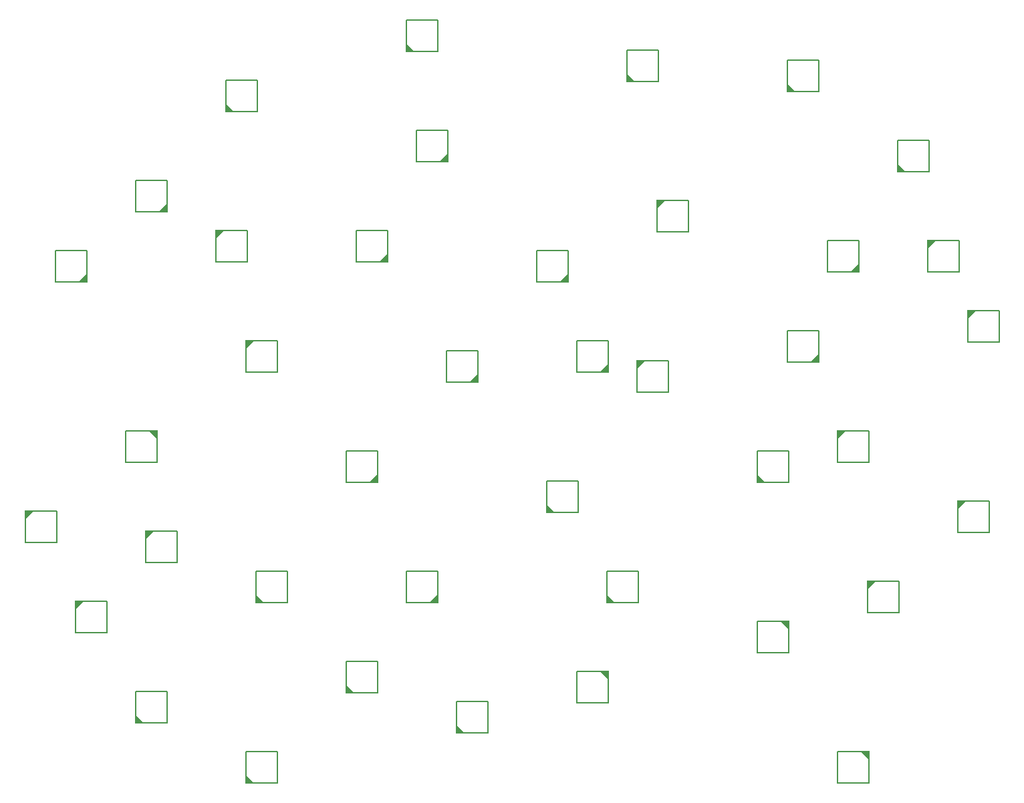
<source format=gbo>
G04 EAGLE Gerber RS-274X export*
G75*
%MOMM*%
%FSLAX34Y34*%
%LPD*%
%INSilkscreen Bottom*%
%IPPOS*%
%AMOC8*
5,1,8,0,0,1.08239X$1,22.5*%
G01*
%ADD10C,0.203200*%

G36*
X574288Y982682D02*
X574288Y982682D01*
X574376Y982691D01*
X574397Y982701D01*
X574421Y982705D01*
X574498Y982751D01*
X574577Y982790D01*
X574594Y982807D01*
X574614Y982820D01*
X574670Y982889D01*
X574731Y982953D01*
X574740Y982975D01*
X574755Y982994D01*
X574784Y983078D01*
X574819Y983160D01*
X574820Y983184D01*
X574827Y983206D01*
X574825Y983295D01*
X574829Y983384D01*
X574821Y983407D01*
X574821Y983431D01*
X574787Y983513D01*
X574760Y983598D01*
X574744Y983619D01*
X574736Y983638D01*
X574702Y983676D01*
X574648Y983748D01*
X564648Y993748D01*
X564575Y993799D01*
X564506Y993855D01*
X564484Y993863D01*
X564464Y993877D01*
X564378Y993899D01*
X564294Y993927D01*
X564270Y993927D01*
X564247Y993933D01*
X564158Y993923D01*
X564069Y993921D01*
X564047Y993912D01*
X564024Y993909D01*
X563944Y993870D01*
X563862Y993836D01*
X563844Y993820D01*
X563823Y993810D01*
X563762Y993745D01*
X563696Y993685D01*
X563685Y993664D01*
X563669Y993647D01*
X563634Y993565D01*
X563593Y993485D01*
X563590Y993459D01*
X563581Y993440D01*
X563579Y993390D01*
X563566Y993300D01*
X563566Y983300D01*
X563577Y983235D01*
X563579Y983169D01*
X563597Y983126D01*
X563605Y983079D01*
X563639Y983022D01*
X563664Y982962D01*
X563695Y982927D01*
X563720Y982886D01*
X563771Y982845D01*
X563815Y982796D01*
X563857Y982774D01*
X563894Y982745D01*
X563956Y982724D01*
X564015Y982693D01*
X564069Y982685D01*
X564106Y982673D01*
X564146Y982674D01*
X564200Y982666D01*
X574200Y982666D01*
X574288Y982682D01*
G37*
G36*
X853688Y944582D02*
X853688Y944582D01*
X853776Y944591D01*
X853797Y944601D01*
X853821Y944605D01*
X853898Y944651D01*
X853977Y944690D01*
X853994Y944707D01*
X854014Y944720D01*
X854070Y944789D01*
X854131Y944853D01*
X854140Y944875D01*
X854155Y944894D01*
X854184Y944978D01*
X854219Y945060D01*
X854220Y945084D01*
X854227Y945106D01*
X854225Y945195D01*
X854229Y945284D01*
X854221Y945307D01*
X854221Y945331D01*
X854187Y945413D01*
X854160Y945498D01*
X854144Y945519D01*
X854136Y945538D01*
X854102Y945576D01*
X854048Y945648D01*
X844048Y955648D01*
X843975Y955699D01*
X843906Y955755D01*
X843884Y955763D01*
X843864Y955777D01*
X843778Y955799D01*
X843694Y955827D01*
X843670Y955827D01*
X843647Y955833D01*
X843558Y955823D01*
X843469Y955821D01*
X843447Y955812D01*
X843424Y955809D01*
X843344Y955770D01*
X843262Y955736D01*
X843244Y955720D01*
X843223Y955710D01*
X843162Y955645D01*
X843096Y955585D01*
X843085Y955564D01*
X843069Y955547D01*
X843034Y955465D01*
X842993Y955385D01*
X842990Y955359D01*
X842981Y955340D01*
X842979Y955290D01*
X842966Y955200D01*
X842966Y945200D01*
X842977Y945135D01*
X842979Y945069D01*
X842997Y945026D01*
X843005Y944979D01*
X843039Y944922D01*
X843064Y944862D01*
X843095Y944827D01*
X843120Y944786D01*
X843171Y944745D01*
X843215Y944696D01*
X843257Y944674D01*
X843294Y944645D01*
X843356Y944624D01*
X843415Y944593D01*
X843469Y944585D01*
X843506Y944573D01*
X843546Y944574D01*
X843600Y944566D01*
X853600Y944566D01*
X853688Y944582D01*
G37*
G36*
X1056888Y931882D02*
X1056888Y931882D01*
X1056976Y931891D01*
X1056997Y931901D01*
X1057021Y931905D01*
X1057098Y931951D01*
X1057177Y931990D01*
X1057194Y932007D01*
X1057214Y932020D01*
X1057270Y932089D01*
X1057331Y932153D01*
X1057340Y932175D01*
X1057355Y932194D01*
X1057384Y932278D01*
X1057419Y932360D01*
X1057420Y932384D01*
X1057427Y932406D01*
X1057425Y932495D01*
X1057429Y932584D01*
X1057421Y932607D01*
X1057421Y932631D01*
X1057387Y932713D01*
X1057360Y932798D01*
X1057344Y932819D01*
X1057336Y932838D01*
X1057302Y932876D01*
X1057248Y932948D01*
X1047248Y942948D01*
X1047175Y942999D01*
X1047106Y943055D01*
X1047084Y943063D01*
X1047064Y943077D01*
X1046978Y943099D01*
X1046894Y943127D01*
X1046870Y943127D01*
X1046847Y943133D01*
X1046758Y943123D01*
X1046669Y943121D01*
X1046647Y943112D01*
X1046624Y943109D01*
X1046544Y943070D01*
X1046462Y943036D01*
X1046444Y943020D01*
X1046423Y943010D01*
X1046362Y942945D01*
X1046296Y942885D01*
X1046285Y942864D01*
X1046269Y942847D01*
X1046234Y942765D01*
X1046193Y942685D01*
X1046190Y942659D01*
X1046181Y942640D01*
X1046179Y942590D01*
X1046166Y942500D01*
X1046166Y932500D01*
X1046177Y932435D01*
X1046179Y932369D01*
X1046197Y932326D01*
X1046205Y932279D01*
X1046239Y932222D01*
X1046264Y932162D01*
X1046295Y932127D01*
X1046320Y932086D01*
X1046371Y932045D01*
X1046415Y931996D01*
X1046457Y931974D01*
X1046494Y931945D01*
X1046556Y931924D01*
X1046615Y931893D01*
X1046669Y931885D01*
X1046706Y931873D01*
X1046746Y931874D01*
X1046800Y931866D01*
X1056800Y931866D01*
X1056888Y931882D01*
G37*
G36*
X345688Y906482D02*
X345688Y906482D01*
X345776Y906491D01*
X345797Y906501D01*
X345821Y906505D01*
X345898Y906551D01*
X345977Y906590D01*
X345994Y906607D01*
X346014Y906620D01*
X346070Y906689D01*
X346131Y906753D01*
X346140Y906775D01*
X346155Y906794D01*
X346184Y906878D01*
X346219Y906960D01*
X346220Y906984D01*
X346227Y907006D01*
X346225Y907095D01*
X346229Y907184D01*
X346221Y907207D01*
X346221Y907231D01*
X346187Y907313D01*
X346160Y907398D01*
X346144Y907419D01*
X346136Y907438D01*
X346102Y907476D01*
X346048Y907548D01*
X336048Y917548D01*
X335975Y917599D01*
X335906Y917655D01*
X335884Y917663D01*
X335864Y917677D01*
X335778Y917699D01*
X335694Y917727D01*
X335670Y917727D01*
X335647Y917733D01*
X335558Y917723D01*
X335469Y917721D01*
X335447Y917712D01*
X335424Y917709D01*
X335344Y917670D01*
X335262Y917636D01*
X335244Y917620D01*
X335223Y917610D01*
X335162Y917545D01*
X335096Y917485D01*
X335085Y917464D01*
X335069Y917447D01*
X335034Y917365D01*
X334993Y917285D01*
X334990Y917259D01*
X334981Y917240D01*
X334979Y917190D01*
X334966Y917100D01*
X334966Y907100D01*
X334977Y907035D01*
X334979Y906969D01*
X334997Y906926D01*
X335005Y906879D01*
X335039Y906822D01*
X335064Y906762D01*
X335095Y906727D01*
X335120Y906686D01*
X335171Y906645D01*
X335215Y906596D01*
X335257Y906574D01*
X335294Y906545D01*
X335356Y906524D01*
X335415Y906493D01*
X335469Y906485D01*
X335506Y906473D01*
X335546Y906474D01*
X335600Y906466D01*
X345600Y906466D01*
X345688Y906482D01*
G37*
G36*
X616965Y842977D02*
X616965Y842977D01*
X617031Y842979D01*
X617074Y842997D01*
X617121Y843005D01*
X617178Y843039D01*
X617238Y843064D01*
X617273Y843095D01*
X617314Y843120D01*
X617356Y843171D01*
X617404Y843215D01*
X617426Y843257D01*
X617455Y843294D01*
X617476Y843356D01*
X617507Y843415D01*
X617515Y843469D01*
X617527Y843506D01*
X617526Y843546D01*
X617534Y843600D01*
X617534Y853600D01*
X617518Y853688D01*
X617509Y853776D01*
X617499Y853797D01*
X617495Y853821D01*
X617449Y853898D01*
X617410Y853977D01*
X617393Y853994D01*
X617380Y854014D01*
X617311Y854070D01*
X617247Y854131D01*
X617225Y854140D01*
X617206Y854155D01*
X617122Y854184D01*
X617040Y854219D01*
X617016Y854220D01*
X616994Y854227D01*
X616905Y854225D01*
X616816Y854229D01*
X616793Y854221D01*
X616769Y854221D01*
X616687Y854187D01*
X616602Y854160D01*
X616581Y854144D01*
X616562Y854136D01*
X616524Y854102D01*
X616452Y854048D01*
X606452Y844048D01*
X606401Y843975D01*
X606345Y843906D01*
X606337Y843884D01*
X606323Y843864D01*
X606301Y843778D01*
X606273Y843694D01*
X606273Y843670D01*
X606268Y843647D01*
X606277Y843558D01*
X606279Y843469D01*
X606288Y843447D01*
X606291Y843424D01*
X606330Y843344D01*
X606364Y843262D01*
X606380Y843244D01*
X606390Y843223D01*
X606455Y843162D01*
X606515Y843096D01*
X606536Y843085D01*
X606553Y843069D01*
X606635Y843034D01*
X606715Y842993D01*
X606741Y842990D01*
X606760Y842981D01*
X606810Y842979D01*
X606900Y842966D01*
X616900Y842966D01*
X616965Y842977D01*
G37*
G36*
X1196588Y830282D02*
X1196588Y830282D01*
X1196676Y830291D01*
X1196697Y830301D01*
X1196721Y830305D01*
X1196798Y830351D01*
X1196877Y830390D01*
X1196894Y830407D01*
X1196914Y830420D01*
X1196970Y830489D01*
X1197031Y830553D01*
X1197040Y830575D01*
X1197055Y830594D01*
X1197084Y830678D01*
X1197119Y830760D01*
X1197120Y830784D01*
X1197127Y830806D01*
X1197125Y830895D01*
X1197129Y830984D01*
X1197121Y831007D01*
X1197121Y831031D01*
X1197087Y831113D01*
X1197060Y831198D01*
X1197044Y831219D01*
X1197036Y831238D01*
X1197002Y831276D01*
X1196948Y831348D01*
X1186948Y841348D01*
X1186875Y841399D01*
X1186806Y841455D01*
X1186784Y841463D01*
X1186764Y841477D01*
X1186678Y841499D01*
X1186594Y841527D01*
X1186570Y841527D01*
X1186547Y841533D01*
X1186458Y841523D01*
X1186369Y841521D01*
X1186347Y841512D01*
X1186324Y841509D01*
X1186244Y841470D01*
X1186162Y841436D01*
X1186144Y841420D01*
X1186123Y841410D01*
X1186062Y841345D01*
X1185996Y841285D01*
X1185985Y841264D01*
X1185969Y841247D01*
X1185934Y841165D01*
X1185893Y841085D01*
X1185890Y841059D01*
X1185881Y841040D01*
X1185879Y840990D01*
X1185866Y840900D01*
X1185866Y830900D01*
X1185877Y830835D01*
X1185879Y830769D01*
X1185897Y830726D01*
X1185905Y830679D01*
X1185939Y830622D01*
X1185964Y830562D01*
X1185995Y830527D01*
X1186020Y830486D01*
X1186071Y830445D01*
X1186115Y830396D01*
X1186157Y830374D01*
X1186194Y830345D01*
X1186256Y830324D01*
X1186315Y830293D01*
X1186369Y830285D01*
X1186406Y830273D01*
X1186446Y830274D01*
X1186500Y830266D01*
X1196500Y830266D01*
X1196588Y830282D01*
G37*
G36*
X881807Y784079D02*
X881807Y784079D01*
X881831Y784079D01*
X881913Y784113D01*
X881998Y784140D01*
X882019Y784156D01*
X882038Y784164D01*
X882076Y784198D01*
X882148Y784252D01*
X892148Y794252D01*
X892199Y794325D01*
X892255Y794394D01*
X892263Y794416D01*
X892277Y794436D01*
X892299Y794522D01*
X892327Y794606D01*
X892327Y794630D01*
X892333Y794653D01*
X892323Y794742D01*
X892321Y794831D01*
X892312Y794853D01*
X892309Y794876D01*
X892270Y794956D01*
X892236Y795038D01*
X892220Y795056D01*
X892210Y795077D01*
X892145Y795138D01*
X892085Y795204D01*
X892064Y795215D01*
X892047Y795231D01*
X891965Y795266D01*
X891885Y795307D01*
X891859Y795310D01*
X891840Y795319D01*
X891790Y795321D01*
X891700Y795334D01*
X881700Y795334D01*
X881635Y795323D01*
X881569Y795321D01*
X881526Y795303D01*
X881479Y795295D01*
X881422Y795261D01*
X881362Y795236D01*
X881327Y795205D01*
X881286Y795180D01*
X881245Y795129D01*
X881196Y795085D01*
X881174Y795043D01*
X881145Y795006D01*
X881124Y794944D01*
X881093Y794885D01*
X881085Y794831D01*
X881073Y794794D01*
X881074Y794754D01*
X881066Y794700D01*
X881066Y784700D01*
X881082Y784612D01*
X881091Y784524D01*
X881101Y784503D01*
X881105Y784479D01*
X881151Y784402D01*
X881190Y784323D01*
X881207Y784306D01*
X881220Y784286D01*
X881289Y784230D01*
X881353Y784169D01*
X881375Y784160D01*
X881394Y784145D01*
X881478Y784116D01*
X881560Y784081D01*
X881584Y784080D01*
X881606Y784073D01*
X881695Y784075D01*
X881784Y784071D01*
X881807Y784079D01*
G37*
G36*
X261365Y779477D02*
X261365Y779477D01*
X261431Y779479D01*
X261474Y779497D01*
X261521Y779505D01*
X261578Y779539D01*
X261638Y779564D01*
X261673Y779595D01*
X261714Y779620D01*
X261756Y779671D01*
X261804Y779715D01*
X261826Y779757D01*
X261855Y779794D01*
X261876Y779856D01*
X261907Y779915D01*
X261915Y779969D01*
X261927Y780006D01*
X261926Y780046D01*
X261934Y780100D01*
X261934Y790100D01*
X261918Y790188D01*
X261909Y790276D01*
X261899Y790297D01*
X261895Y790321D01*
X261849Y790398D01*
X261810Y790477D01*
X261793Y790494D01*
X261780Y790514D01*
X261711Y790570D01*
X261647Y790631D01*
X261625Y790640D01*
X261606Y790655D01*
X261522Y790684D01*
X261440Y790719D01*
X261416Y790720D01*
X261394Y790727D01*
X261305Y790725D01*
X261216Y790729D01*
X261193Y790721D01*
X261169Y790721D01*
X261087Y790687D01*
X261002Y790660D01*
X260981Y790644D01*
X260962Y790636D01*
X260924Y790602D01*
X260852Y790548D01*
X250852Y780548D01*
X250801Y780475D01*
X250745Y780406D01*
X250737Y780384D01*
X250723Y780364D01*
X250701Y780278D01*
X250673Y780194D01*
X250673Y780170D01*
X250668Y780147D01*
X250677Y780058D01*
X250679Y779969D01*
X250688Y779947D01*
X250691Y779924D01*
X250730Y779844D01*
X250764Y779762D01*
X250780Y779744D01*
X250790Y779723D01*
X250855Y779662D01*
X250915Y779596D01*
X250936Y779585D01*
X250953Y779569D01*
X251035Y779534D01*
X251115Y779493D01*
X251141Y779490D01*
X251160Y779481D01*
X251210Y779479D01*
X251300Y779466D01*
X261300Y779466D01*
X261365Y779477D01*
G37*
G36*
X323007Y745979D02*
X323007Y745979D01*
X323031Y745979D01*
X323113Y746013D01*
X323198Y746040D01*
X323219Y746056D01*
X323238Y746064D01*
X323276Y746098D01*
X323348Y746152D01*
X333348Y756152D01*
X333399Y756225D01*
X333455Y756294D01*
X333463Y756316D01*
X333477Y756336D01*
X333499Y756422D01*
X333527Y756506D01*
X333527Y756530D01*
X333533Y756553D01*
X333523Y756642D01*
X333521Y756731D01*
X333512Y756753D01*
X333509Y756776D01*
X333470Y756856D01*
X333436Y756938D01*
X333420Y756956D01*
X333410Y756977D01*
X333345Y757038D01*
X333285Y757104D01*
X333264Y757115D01*
X333247Y757131D01*
X333165Y757166D01*
X333085Y757207D01*
X333059Y757210D01*
X333040Y757219D01*
X332990Y757221D01*
X332900Y757234D01*
X322900Y757234D01*
X322835Y757223D01*
X322769Y757221D01*
X322726Y757203D01*
X322679Y757195D01*
X322622Y757161D01*
X322562Y757136D01*
X322527Y757105D01*
X322486Y757080D01*
X322445Y757029D01*
X322396Y756985D01*
X322374Y756943D01*
X322345Y756906D01*
X322324Y756844D01*
X322293Y756785D01*
X322285Y756731D01*
X322273Y756694D01*
X322274Y756654D01*
X322266Y756600D01*
X322266Y746600D01*
X322282Y746512D01*
X322291Y746424D01*
X322301Y746403D01*
X322305Y746379D01*
X322351Y746302D01*
X322390Y746223D01*
X322407Y746206D01*
X322420Y746186D01*
X322489Y746130D01*
X322553Y746069D01*
X322575Y746060D01*
X322594Y746045D01*
X322678Y746016D01*
X322760Y745981D01*
X322784Y745980D01*
X322806Y745973D01*
X322895Y745975D01*
X322984Y745971D01*
X323007Y745979D01*
G37*
G36*
X1224707Y733279D02*
X1224707Y733279D01*
X1224731Y733279D01*
X1224813Y733313D01*
X1224898Y733340D01*
X1224919Y733356D01*
X1224938Y733364D01*
X1224976Y733398D01*
X1225048Y733452D01*
X1235048Y743452D01*
X1235099Y743525D01*
X1235155Y743594D01*
X1235163Y743616D01*
X1235177Y743636D01*
X1235199Y743722D01*
X1235227Y743806D01*
X1235227Y743830D01*
X1235233Y743853D01*
X1235223Y743942D01*
X1235221Y744031D01*
X1235212Y744053D01*
X1235209Y744076D01*
X1235170Y744156D01*
X1235136Y744238D01*
X1235120Y744256D01*
X1235110Y744277D01*
X1235045Y744338D01*
X1234985Y744404D01*
X1234964Y744415D01*
X1234947Y744431D01*
X1234865Y744466D01*
X1234785Y744507D01*
X1234759Y744510D01*
X1234740Y744519D01*
X1234690Y744521D01*
X1234600Y744534D01*
X1224600Y744534D01*
X1224535Y744523D01*
X1224469Y744521D01*
X1224426Y744503D01*
X1224379Y744495D01*
X1224322Y744461D01*
X1224262Y744436D01*
X1224227Y744405D01*
X1224186Y744380D01*
X1224145Y744329D01*
X1224096Y744285D01*
X1224074Y744243D01*
X1224045Y744206D01*
X1224024Y744144D01*
X1223993Y744085D01*
X1223985Y744031D01*
X1223973Y743994D01*
X1223974Y743954D01*
X1223966Y743900D01*
X1223966Y733900D01*
X1223982Y733812D01*
X1223991Y733724D01*
X1224001Y733703D01*
X1224005Y733679D01*
X1224051Y733602D01*
X1224090Y733523D01*
X1224107Y733506D01*
X1224120Y733486D01*
X1224189Y733430D01*
X1224253Y733369D01*
X1224275Y733360D01*
X1224294Y733345D01*
X1224378Y733316D01*
X1224460Y733281D01*
X1224484Y733280D01*
X1224506Y733273D01*
X1224595Y733275D01*
X1224684Y733271D01*
X1224707Y733279D01*
G37*
G36*
X540765Y715977D02*
X540765Y715977D01*
X540831Y715979D01*
X540874Y715997D01*
X540921Y716005D01*
X540978Y716039D01*
X541038Y716064D01*
X541073Y716095D01*
X541114Y716120D01*
X541156Y716171D01*
X541204Y716215D01*
X541226Y716257D01*
X541255Y716294D01*
X541276Y716356D01*
X541307Y716415D01*
X541315Y716469D01*
X541327Y716506D01*
X541326Y716546D01*
X541334Y716600D01*
X541334Y726600D01*
X541318Y726688D01*
X541309Y726776D01*
X541299Y726797D01*
X541295Y726821D01*
X541249Y726898D01*
X541210Y726977D01*
X541193Y726994D01*
X541180Y727014D01*
X541111Y727070D01*
X541047Y727131D01*
X541025Y727140D01*
X541006Y727155D01*
X540922Y727184D01*
X540840Y727219D01*
X540816Y727220D01*
X540794Y727227D01*
X540705Y727225D01*
X540616Y727229D01*
X540593Y727221D01*
X540569Y727221D01*
X540487Y727187D01*
X540402Y727160D01*
X540381Y727144D01*
X540362Y727136D01*
X540324Y727102D01*
X540252Y727048D01*
X530252Y717048D01*
X530201Y716975D01*
X530145Y716906D01*
X530137Y716884D01*
X530123Y716864D01*
X530101Y716778D01*
X530073Y716694D01*
X530073Y716670D01*
X530068Y716647D01*
X530077Y716558D01*
X530079Y716469D01*
X530088Y716447D01*
X530091Y716424D01*
X530130Y716344D01*
X530164Y716262D01*
X530180Y716244D01*
X530190Y716223D01*
X530255Y716162D01*
X530315Y716096D01*
X530336Y716085D01*
X530353Y716069D01*
X530435Y716034D01*
X530515Y715993D01*
X530541Y715990D01*
X530560Y715981D01*
X530610Y715979D01*
X530700Y715966D01*
X540700Y715966D01*
X540765Y715977D01*
G37*
G36*
X1137665Y703277D02*
X1137665Y703277D01*
X1137731Y703279D01*
X1137774Y703297D01*
X1137821Y703305D01*
X1137878Y703339D01*
X1137938Y703364D01*
X1137973Y703395D01*
X1138014Y703420D01*
X1138056Y703471D01*
X1138104Y703515D01*
X1138126Y703557D01*
X1138155Y703594D01*
X1138176Y703656D01*
X1138207Y703715D01*
X1138215Y703769D01*
X1138227Y703806D01*
X1138226Y703846D01*
X1138234Y703900D01*
X1138234Y713900D01*
X1138218Y713988D01*
X1138209Y714076D01*
X1138199Y714097D01*
X1138195Y714121D01*
X1138149Y714198D01*
X1138110Y714277D01*
X1138093Y714294D01*
X1138080Y714314D01*
X1138011Y714370D01*
X1137947Y714431D01*
X1137925Y714440D01*
X1137906Y714455D01*
X1137822Y714484D01*
X1137740Y714519D01*
X1137716Y714520D01*
X1137694Y714527D01*
X1137605Y714525D01*
X1137516Y714529D01*
X1137493Y714521D01*
X1137469Y714521D01*
X1137387Y714487D01*
X1137302Y714460D01*
X1137281Y714444D01*
X1137262Y714436D01*
X1137224Y714402D01*
X1137152Y714348D01*
X1127152Y704348D01*
X1127101Y704275D01*
X1127045Y704206D01*
X1127037Y704184D01*
X1127023Y704164D01*
X1127001Y704078D01*
X1126973Y703994D01*
X1126973Y703970D01*
X1126968Y703947D01*
X1126977Y703858D01*
X1126979Y703769D01*
X1126988Y703747D01*
X1126991Y703724D01*
X1127030Y703644D01*
X1127064Y703562D01*
X1127080Y703544D01*
X1127090Y703523D01*
X1127155Y703462D01*
X1127215Y703396D01*
X1127236Y703385D01*
X1127253Y703369D01*
X1127335Y703334D01*
X1127415Y703293D01*
X1127441Y703290D01*
X1127460Y703281D01*
X1127510Y703279D01*
X1127600Y703266D01*
X1137600Y703266D01*
X1137665Y703277D01*
G37*
G36*
X769365Y690577D02*
X769365Y690577D01*
X769431Y690579D01*
X769474Y690597D01*
X769521Y690605D01*
X769578Y690639D01*
X769638Y690664D01*
X769673Y690695D01*
X769714Y690720D01*
X769756Y690771D01*
X769804Y690815D01*
X769826Y690857D01*
X769855Y690894D01*
X769876Y690956D01*
X769907Y691015D01*
X769915Y691069D01*
X769927Y691106D01*
X769926Y691146D01*
X769934Y691200D01*
X769934Y701200D01*
X769918Y701288D01*
X769909Y701376D01*
X769899Y701397D01*
X769895Y701421D01*
X769849Y701498D01*
X769810Y701577D01*
X769793Y701594D01*
X769780Y701614D01*
X769711Y701670D01*
X769647Y701731D01*
X769625Y701740D01*
X769606Y701755D01*
X769522Y701784D01*
X769440Y701819D01*
X769416Y701820D01*
X769394Y701827D01*
X769305Y701825D01*
X769216Y701829D01*
X769193Y701821D01*
X769169Y701821D01*
X769087Y701787D01*
X769002Y701760D01*
X768981Y701744D01*
X768962Y701736D01*
X768924Y701702D01*
X768852Y701648D01*
X758852Y691648D01*
X758801Y691575D01*
X758745Y691506D01*
X758737Y691484D01*
X758723Y691464D01*
X758701Y691378D01*
X758673Y691294D01*
X758673Y691270D01*
X758668Y691247D01*
X758677Y691158D01*
X758679Y691069D01*
X758688Y691047D01*
X758691Y691024D01*
X758730Y690944D01*
X758764Y690862D01*
X758780Y690844D01*
X758790Y690823D01*
X758855Y690762D01*
X758915Y690696D01*
X758936Y690685D01*
X758953Y690669D01*
X759035Y690634D01*
X759115Y690593D01*
X759141Y690590D01*
X759160Y690581D01*
X759210Y690579D01*
X759300Y690566D01*
X769300Y690566D01*
X769365Y690577D01*
G37*
G36*
X159765Y690577D02*
X159765Y690577D01*
X159831Y690579D01*
X159874Y690597D01*
X159921Y690605D01*
X159978Y690639D01*
X160038Y690664D01*
X160073Y690695D01*
X160114Y690720D01*
X160156Y690771D01*
X160204Y690815D01*
X160226Y690857D01*
X160255Y690894D01*
X160276Y690956D01*
X160307Y691015D01*
X160315Y691069D01*
X160327Y691106D01*
X160326Y691146D01*
X160334Y691200D01*
X160334Y701200D01*
X160318Y701288D01*
X160309Y701376D01*
X160299Y701397D01*
X160295Y701421D01*
X160249Y701498D01*
X160210Y701577D01*
X160193Y701594D01*
X160180Y701614D01*
X160111Y701670D01*
X160047Y701731D01*
X160025Y701740D01*
X160006Y701755D01*
X159922Y701784D01*
X159840Y701819D01*
X159816Y701820D01*
X159794Y701827D01*
X159705Y701825D01*
X159616Y701829D01*
X159593Y701821D01*
X159569Y701821D01*
X159487Y701787D01*
X159402Y701760D01*
X159381Y701744D01*
X159362Y701736D01*
X159324Y701702D01*
X159252Y701648D01*
X149252Y691648D01*
X149201Y691575D01*
X149145Y691506D01*
X149137Y691484D01*
X149123Y691464D01*
X149101Y691378D01*
X149073Y691294D01*
X149073Y691270D01*
X149068Y691247D01*
X149077Y691158D01*
X149079Y691069D01*
X149088Y691047D01*
X149091Y691024D01*
X149130Y690944D01*
X149164Y690862D01*
X149180Y690844D01*
X149190Y690823D01*
X149255Y690762D01*
X149315Y690696D01*
X149336Y690685D01*
X149353Y690669D01*
X149435Y690634D01*
X149515Y690593D01*
X149541Y690590D01*
X149560Y690581D01*
X149610Y690579D01*
X149700Y690566D01*
X159700Y690566D01*
X159765Y690577D01*
G37*
G36*
X1275507Y644379D02*
X1275507Y644379D01*
X1275531Y644379D01*
X1275613Y644413D01*
X1275698Y644440D01*
X1275719Y644456D01*
X1275738Y644464D01*
X1275776Y644498D01*
X1275848Y644552D01*
X1285848Y654552D01*
X1285899Y654625D01*
X1285955Y654694D01*
X1285963Y654716D01*
X1285977Y654736D01*
X1285999Y654822D01*
X1286027Y654906D01*
X1286027Y654930D01*
X1286033Y654953D01*
X1286023Y655042D01*
X1286021Y655131D01*
X1286012Y655153D01*
X1286009Y655176D01*
X1285970Y655256D01*
X1285936Y655338D01*
X1285920Y655356D01*
X1285910Y655377D01*
X1285845Y655438D01*
X1285785Y655504D01*
X1285764Y655515D01*
X1285747Y655531D01*
X1285665Y655566D01*
X1285585Y655607D01*
X1285559Y655610D01*
X1285540Y655619D01*
X1285490Y655621D01*
X1285400Y655634D01*
X1275400Y655634D01*
X1275335Y655623D01*
X1275269Y655621D01*
X1275226Y655603D01*
X1275179Y655595D01*
X1275122Y655561D01*
X1275062Y655536D01*
X1275027Y655505D01*
X1274986Y655480D01*
X1274945Y655429D01*
X1274896Y655385D01*
X1274874Y655343D01*
X1274845Y655306D01*
X1274824Y655244D01*
X1274793Y655185D01*
X1274785Y655131D01*
X1274773Y655094D01*
X1274774Y655054D01*
X1274766Y655000D01*
X1274766Y645000D01*
X1274782Y644912D01*
X1274791Y644824D01*
X1274801Y644803D01*
X1274805Y644779D01*
X1274851Y644702D01*
X1274890Y644623D01*
X1274907Y644606D01*
X1274920Y644586D01*
X1274989Y644530D01*
X1275053Y644469D01*
X1275075Y644460D01*
X1275094Y644445D01*
X1275178Y644416D01*
X1275260Y644381D01*
X1275284Y644380D01*
X1275306Y644373D01*
X1275395Y644375D01*
X1275484Y644371D01*
X1275507Y644379D01*
G37*
G36*
X361107Y606279D02*
X361107Y606279D01*
X361131Y606279D01*
X361213Y606313D01*
X361298Y606340D01*
X361319Y606356D01*
X361338Y606364D01*
X361376Y606398D01*
X361448Y606452D01*
X371448Y616452D01*
X371499Y616525D01*
X371555Y616594D01*
X371563Y616616D01*
X371577Y616636D01*
X371599Y616722D01*
X371627Y616806D01*
X371627Y616830D01*
X371633Y616853D01*
X371623Y616942D01*
X371621Y617031D01*
X371612Y617053D01*
X371609Y617076D01*
X371570Y617156D01*
X371536Y617238D01*
X371520Y617256D01*
X371510Y617277D01*
X371445Y617338D01*
X371385Y617404D01*
X371364Y617415D01*
X371347Y617431D01*
X371265Y617466D01*
X371185Y617507D01*
X371159Y617510D01*
X371140Y617519D01*
X371090Y617521D01*
X371000Y617534D01*
X361000Y617534D01*
X360935Y617523D01*
X360869Y617521D01*
X360826Y617503D01*
X360779Y617495D01*
X360722Y617461D01*
X360662Y617436D01*
X360627Y617405D01*
X360586Y617380D01*
X360545Y617329D01*
X360496Y617285D01*
X360474Y617243D01*
X360445Y617206D01*
X360424Y617144D01*
X360393Y617085D01*
X360385Y617031D01*
X360373Y616994D01*
X360374Y616954D01*
X360366Y616900D01*
X360366Y606900D01*
X360382Y606812D01*
X360391Y606724D01*
X360401Y606703D01*
X360405Y606679D01*
X360451Y606602D01*
X360490Y606523D01*
X360507Y606506D01*
X360520Y606486D01*
X360589Y606430D01*
X360653Y606369D01*
X360675Y606360D01*
X360694Y606345D01*
X360778Y606316D01*
X360860Y606281D01*
X360884Y606280D01*
X360906Y606273D01*
X360995Y606275D01*
X361084Y606271D01*
X361107Y606279D01*
G37*
G36*
X1086865Y588977D02*
X1086865Y588977D01*
X1086931Y588979D01*
X1086974Y588997D01*
X1087021Y589005D01*
X1087078Y589039D01*
X1087138Y589064D01*
X1087173Y589095D01*
X1087214Y589120D01*
X1087256Y589171D01*
X1087304Y589215D01*
X1087326Y589257D01*
X1087355Y589294D01*
X1087376Y589356D01*
X1087407Y589415D01*
X1087415Y589469D01*
X1087427Y589506D01*
X1087426Y589546D01*
X1087434Y589600D01*
X1087434Y599600D01*
X1087418Y599688D01*
X1087409Y599776D01*
X1087399Y599797D01*
X1087395Y599821D01*
X1087349Y599898D01*
X1087310Y599977D01*
X1087293Y599994D01*
X1087280Y600014D01*
X1087211Y600070D01*
X1087147Y600131D01*
X1087125Y600140D01*
X1087106Y600155D01*
X1087022Y600184D01*
X1086940Y600219D01*
X1086916Y600220D01*
X1086894Y600227D01*
X1086805Y600225D01*
X1086716Y600229D01*
X1086693Y600221D01*
X1086669Y600221D01*
X1086587Y600187D01*
X1086502Y600160D01*
X1086481Y600144D01*
X1086462Y600136D01*
X1086424Y600102D01*
X1086352Y600048D01*
X1076352Y590048D01*
X1076301Y589975D01*
X1076245Y589906D01*
X1076237Y589884D01*
X1076223Y589864D01*
X1076201Y589778D01*
X1076173Y589694D01*
X1076173Y589670D01*
X1076168Y589647D01*
X1076177Y589558D01*
X1076179Y589469D01*
X1076188Y589447D01*
X1076191Y589424D01*
X1076230Y589344D01*
X1076264Y589262D01*
X1076280Y589244D01*
X1076290Y589223D01*
X1076355Y589162D01*
X1076415Y589096D01*
X1076436Y589085D01*
X1076453Y589069D01*
X1076535Y589034D01*
X1076615Y588993D01*
X1076641Y588990D01*
X1076660Y588981D01*
X1076710Y588979D01*
X1076800Y588966D01*
X1086800Y588966D01*
X1086865Y588977D01*
G37*
G36*
X856407Y580879D02*
X856407Y580879D01*
X856431Y580879D01*
X856513Y580913D01*
X856598Y580940D01*
X856619Y580956D01*
X856638Y580964D01*
X856676Y580998D01*
X856748Y581052D01*
X866748Y591052D01*
X866799Y591125D01*
X866855Y591194D01*
X866863Y591216D01*
X866877Y591236D01*
X866899Y591322D01*
X866927Y591406D01*
X866927Y591430D01*
X866933Y591453D01*
X866923Y591542D01*
X866921Y591631D01*
X866912Y591653D01*
X866909Y591676D01*
X866870Y591756D01*
X866836Y591838D01*
X866820Y591856D01*
X866810Y591877D01*
X866745Y591938D01*
X866685Y592004D01*
X866664Y592015D01*
X866647Y592031D01*
X866565Y592066D01*
X866485Y592107D01*
X866459Y592110D01*
X866440Y592119D01*
X866390Y592121D01*
X866300Y592134D01*
X856300Y592134D01*
X856235Y592123D01*
X856169Y592121D01*
X856126Y592103D01*
X856079Y592095D01*
X856022Y592061D01*
X855962Y592036D01*
X855927Y592005D01*
X855886Y591980D01*
X855845Y591929D01*
X855796Y591885D01*
X855774Y591843D01*
X855745Y591806D01*
X855724Y591744D01*
X855693Y591685D01*
X855685Y591631D01*
X855673Y591594D01*
X855674Y591554D01*
X855666Y591500D01*
X855666Y581500D01*
X855682Y581412D01*
X855691Y581324D01*
X855701Y581303D01*
X855705Y581279D01*
X855751Y581202D01*
X855790Y581123D01*
X855807Y581106D01*
X855820Y581086D01*
X855889Y581030D01*
X855953Y580969D01*
X855975Y580960D01*
X855994Y580945D01*
X856078Y580916D01*
X856160Y580881D01*
X856184Y580880D01*
X856206Y580873D01*
X856295Y580875D01*
X856384Y580871D01*
X856407Y580879D01*
G37*
G36*
X820165Y576277D02*
X820165Y576277D01*
X820231Y576279D01*
X820274Y576297D01*
X820321Y576305D01*
X820378Y576339D01*
X820438Y576364D01*
X820473Y576395D01*
X820514Y576420D01*
X820556Y576471D01*
X820604Y576515D01*
X820626Y576557D01*
X820655Y576594D01*
X820676Y576656D01*
X820707Y576715D01*
X820715Y576769D01*
X820727Y576806D01*
X820726Y576846D01*
X820734Y576900D01*
X820734Y586900D01*
X820718Y586988D01*
X820709Y587076D01*
X820699Y587097D01*
X820695Y587121D01*
X820649Y587198D01*
X820610Y587277D01*
X820593Y587294D01*
X820580Y587314D01*
X820511Y587370D01*
X820447Y587431D01*
X820425Y587440D01*
X820406Y587455D01*
X820322Y587484D01*
X820240Y587519D01*
X820216Y587520D01*
X820194Y587527D01*
X820105Y587525D01*
X820016Y587529D01*
X819993Y587521D01*
X819969Y587521D01*
X819887Y587487D01*
X819802Y587460D01*
X819781Y587444D01*
X819762Y587436D01*
X819724Y587402D01*
X819652Y587348D01*
X809652Y577348D01*
X809601Y577275D01*
X809545Y577206D01*
X809537Y577184D01*
X809523Y577164D01*
X809501Y577078D01*
X809473Y576994D01*
X809473Y576970D01*
X809468Y576947D01*
X809477Y576858D01*
X809479Y576769D01*
X809488Y576747D01*
X809491Y576724D01*
X809530Y576644D01*
X809564Y576562D01*
X809580Y576544D01*
X809590Y576523D01*
X809655Y576462D01*
X809715Y576396D01*
X809736Y576385D01*
X809753Y576369D01*
X809835Y576334D01*
X809915Y576293D01*
X809941Y576290D01*
X809960Y576281D01*
X810010Y576279D01*
X810100Y576266D01*
X820100Y576266D01*
X820165Y576277D01*
G37*
G36*
X655065Y563577D02*
X655065Y563577D01*
X655131Y563579D01*
X655174Y563597D01*
X655221Y563605D01*
X655278Y563639D01*
X655338Y563664D01*
X655373Y563695D01*
X655414Y563720D01*
X655456Y563771D01*
X655504Y563815D01*
X655526Y563857D01*
X655555Y563894D01*
X655576Y563956D01*
X655607Y564015D01*
X655615Y564069D01*
X655627Y564106D01*
X655626Y564146D01*
X655634Y564200D01*
X655634Y574200D01*
X655618Y574288D01*
X655609Y574376D01*
X655599Y574397D01*
X655595Y574421D01*
X655549Y574498D01*
X655510Y574577D01*
X655493Y574594D01*
X655480Y574614D01*
X655411Y574670D01*
X655347Y574731D01*
X655325Y574740D01*
X655306Y574755D01*
X655222Y574784D01*
X655140Y574819D01*
X655116Y574820D01*
X655094Y574827D01*
X655005Y574825D01*
X654916Y574829D01*
X654893Y574821D01*
X654869Y574821D01*
X654787Y574787D01*
X654702Y574760D01*
X654681Y574744D01*
X654662Y574736D01*
X654624Y574702D01*
X654552Y574648D01*
X644552Y564648D01*
X644501Y564575D01*
X644445Y564506D01*
X644437Y564484D01*
X644423Y564464D01*
X644401Y564378D01*
X644373Y564294D01*
X644373Y564270D01*
X644368Y564247D01*
X644377Y564158D01*
X644379Y564069D01*
X644388Y564047D01*
X644391Y564024D01*
X644430Y563944D01*
X644464Y563862D01*
X644480Y563844D01*
X644490Y563823D01*
X644555Y563762D01*
X644615Y563696D01*
X644636Y563685D01*
X644653Y563669D01*
X644735Y563634D01*
X644815Y563593D01*
X644841Y563590D01*
X644860Y563581D01*
X644910Y563579D01*
X645000Y563566D01*
X655000Y563566D01*
X655065Y563577D01*
G37*
G36*
X248642Y491977D02*
X248642Y491977D01*
X248731Y491979D01*
X248753Y491988D01*
X248776Y491991D01*
X248856Y492030D01*
X248938Y492064D01*
X248956Y492080D01*
X248977Y492090D01*
X249038Y492155D01*
X249104Y492215D01*
X249115Y492236D01*
X249131Y492253D01*
X249166Y492335D01*
X249207Y492415D01*
X249210Y492441D01*
X249219Y492460D01*
X249221Y492510D01*
X249234Y492600D01*
X249234Y502600D01*
X249223Y502665D01*
X249221Y502731D01*
X249203Y502774D01*
X249195Y502821D01*
X249161Y502878D01*
X249136Y502938D01*
X249105Y502973D01*
X249080Y503014D01*
X249029Y503056D01*
X248985Y503104D01*
X248943Y503126D01*
X248906Y503155D01*
X248844Y503176D01*
X248785Y503207D01*
X248731Y503215D01*
X248694Y503227D01*
X248654Y503226D01*
X248600Y503234D01*
X238600Y503234D01*
X238512Y503218D01*
X238424Y503209D01*
X238403Y503199D01*
X238379Y503195D01*
X238302Y503149D01*
X238223Y503110D01*
X238206Y503093D01*
X238186Y503080D01*
X238130Y503011D01*
X238069Y502947D01*
X238060Y502925D01*
X238045Y502906D01*
X238016Y502822D01*
X237981Y502740D01*
X237980Y502716D01*
X237973Y502694D01*
X237975Y502605D01*
X237971Y502516D01*
X237979Y502493D01*
X237979Y502469D01*
X238013Y502387D01*
X238040Y502302D01*
X238056Y502281D01*
X238064Y502262D01*
X238098Y502224D01*
X238152Y502152D01*
X248152Y492152D01*
X248225Y492101D01*
X248294Y492045D01*
X248316Y492037D01*
X248336Y492023D01*
X248422Y492001D01*
X248506Y491973D01*
X248530Y491973D01*
X248553Y491968D01*
X248642Y491977D01*
G37*
G36*
X1110407Y491979D02*
X1110407Y491979D01*
X1110431Y491979D01*
X1110513Y492013D01*
X1110598Y492040D01*
X1110619Y492056D01*
X1110638Y492064D01*
X1110676Y492098D01*
X1110748Y492152D01*
X1120748Y502152D01*
X1120799Y502225D01*
X1120855Y502294D01*
X1120863Y502316D01*
X1120877Y502336D01*
X1120899Y502422D01*
X1120927Y502506D01*
X1120927Y502530D01*
X1120933Y502553D01*
X1120923Y502642D01*
X1120921Y502731D01*
X1120912Y502753D01*
X1120909Y502776D01*
X1120870Y502856D01*
X1120836Y502938D01*
X1120820Y502956D01*
X1120810Y502977D01*
X1120745Y503038D01*
X1120685Y503104D01*
X1120664Y503115D01*
X1120647Y503131D01*
X1120565Y503166D01*
X1120485Y503207D01*
X1120459Y503210D01*
X1120440Y503219D01*
X1120390Y503221D01*
X1120300Y503234D01*
X1110300Y503234D01*
X1110235Y503223D01*
X1110169Y503221D01*
X1110126Y503203D01*
X1110079Y503195D01*
X1110022Y503161D01*
X1109962Y503136D01*
X1109927Y503105D01*
X1109886Y503080D01*
X1109845Y503029D01*
X1109796Y502985D01*
X1109774Y502943D01*
X1109745Y502906D01*
X1109724Y502844D01*
X1109693Y502785D01*
X1109685Y502731D01*
X1109673Y502694D01*
X1109674Y502654D01*
X1109666Y502600D01*
X1109666Y492600D01*
X1109682Y492512D01*
X1109691Y492424D01*
X1109701Y492403D01*
X1109705Y492379D01*
X1109751Y492302D01*
X1109790Y492223D01*
X1109807Y492206D01*
X1109820Y492186D01*
X1109889Y492130D01*
X1109953Y492069D01*
X1109975Y492060D01*
X1109994Y492045D01*
X1110078Y492016D01*
X1110160Y491981D01*
X1110184Y491980D01*
X1110206Y491973D01*
X1110295Y491975D01*
X1110384Y491971D01*
X1110407Y491979D01*
G37*
G36*
X1018788Y436582D02*
X1018788Y436582D01*
X1018876Y436591D01*
X1018897Y436601D01*
X1018921Y436605D01*
X1018998Y436651D01*
X1019077Y436690D01*
X1019094Y436707D01*
X1019114Y436720D01*
X1019170Y436789D01*
X1019231Y436853D01*
X1019240Y436875D01*
X1019255Y436894D01*
X1019284Y436978D01*
X1019319Y437060D01*
X1019320Y437084D01*
X1019327Y437106D01*
X1019325Y437195D01*
X1019329Y437284D01*
X1019321Y437307D01*
X1019321Y437331D01*
X1019287Y437413D01*
X1019260Y437498D01*
X1019244Y437519D01*
X1019236Y437538D01*
X1019202Y437576D01*
X1019148Y437648D01*
X1009148Y447648D01*
X1009075Y447699D01*
X1009006Y447755D01*
X1008984Y447763D01*
X1008964Y447777D01*
X1008878Y447799D01*
X1008794Y447827D01*
X1008770Y447827D01*
X1008747Y447833D01*
X1008658Y447823D01*
X1008569Y447821D01*
X1008547Y447812D01*
X1008524Y447809D01*
X1008444Y447770D01*
X1008362Y447736D01*
X1008344Y447720D01*
X1008323Y447710D01*
X1008262Y447645D01*
X1008196Y447585D01*
X1008185Y447564D01*
X1008169Y447547D01*
X1008134Y447465D01*
X1008093Y447385D01*
X1008090Y447359D01*
X1008081Y447340D01*
X1008079Y447290D01*
X1008066Y447200D01*
X1008066Y437200D01*
X1008077Y437135D01*
X1008079Y437069D01*
X1008097Y437026D01*
X1008105Y436979D01*
X1008139Y436922D01*
X1008164Y436862D01*
X1008195Y436827D01*
X1008220Y436786D01*
X1008271Y436745D01*
X1008315Y436696D01*
X1008357Y436674D01*
X1008394Y436645D01*
X1008456Y436624D01*
X1008515Y436593D01*
X1008569Y436585D01*
X1008606Y436573D01*
X1008646Y436574D01*
X1008700Y436566D01*
X1018700Y436566D01*
X1018788Y436582D01*
G37*
G36*
X528065Y436577D02*
X528065Y436577D01*
X528131Y436579D01*
X528174Y436597D01*
X528221Y436605D01*
X528278Y436639D01*
X528338Y436664D01*
X528373Y436695D01*
X528414Y436720D01*
X528456Y436771D01*
X528504Y436815D01*
X528526Y436857D01*
X528555Y436894D01*
X528576Y436956D01*
X528607Y437015D01*
X528615Y437069D01*
X528627Y437106D01*
X528626Y437146D01*
X528634Y437200D01*
X528634Y447200D01*
X528618Y447288D01*
X528609Y447376D01*
X528599Y447397D01*
X528595Y447421D01*
X528549Y447498D01*
X528510Y447577D01*
X528493Y447594D01*
X528480Y447614D01*
X528411Y447670D01*
X528347Y447731D01*
X528325Y447740D01*
X528306Y447755D01*
X528222Y447784D01*
X528140Y447819D01*
X528116Y447820D01*
X528094Y447827D01*
X528005Y447825D01*
X527916Y447829D01*
X527893Y447821D01*
X527869Y447821D01*
X527787Y447787D01*
X527702Y447760D01*
X527681Y447744D01*
X527662Y447736D01*
X527624Y447702D01*
X527552Y447648D01*
X517552Y437648D01*
X517501Y437575D01*
X517445Y437506D01*
X517437Y437484D01*
X517423Y437464D01*
X517401Y437378D01*
X517373Y437294D01*
X517373Y437270D01*
X517368Y437247D01*
X517377Y437158D01*
X517379Y437069D01*
X517388Y437047D01*
X517391Y437024D01*
X517430Y436944D01*
X517464Y436862D01*
X517480Y436844D01*
X517490Y436823D01*
X517555Y436762D01*
X517615Y436696D01*
X517636Y436685D01*
X517653Y436669D01*
X517735Y436634D01*
X517815Y436593D01*
X517841Y436590D01*
X517860Y436581D01*
X517910Y436579D01*
X518000Y436566D01*
X528000Y436566D01*
X528065Y436577D01*
G37*
G36*
X1262807Y403079D02*
X1262807Y403079D01*
X1262831Y403079D01*
X1262913Y403113D01*
X1262998Y403140D01*
X1263019Y403156D01*
X1263038Y403164D01*
X1263076Y403198D01*
X1263148Y403252D01*
X1273148Y413252D01*
X1273199Y413325D01*
X1273255Y413394D01*
X1273263Y413416D01*
X1273277Y413436D01*
X1273299Y413522D01*
X1273327Y413606D01*
X1273327Y413630D01*
X1273333Y413653D01*
X1273323Y413742D01*
X1273321Y413831D01*
X1273312Y413853D01*
X1273309Y413876D01*
X1273270Y413956D01*
X1273236Y414038D01*
X1273220Y414056D01*
X1273210Y414077D01*
X1273145Y414138D01*
X1273085Y414204D01*
X1273064Y414215D01*
X1273047Y414231D01*
X1272965Y414266D01*
X1272885Y414307D01*
X1272859Y414310D01*
X1272840Y414319D01*
X1272790Y414321D01*
X1272700Y414334D01*
X1262700Y414334D01*
X1262635Y414323D01*
X1262569Y414321D01*
X1262526Y414303D01*
X1262479Y414295D01*
X1262422Y414261D01*
X1262362Y414236D01*
X1262327Y414205D01*
X1262286Y414180D01*
X1262245Y414129D01*
X1262196Y414085D01*
X1262174Y414043D01*
X1262145Y414006D01*
X1262124Y413944D01*
X1262093Y413885D01*
X1262085Y413831D01*
X1262073Y413794D01*
X1262074Y413754D01*
X1262066Y413700D01*
X1262066Y403700D01*
X1262082Y403612D01*
X1262091Y403524D01*
X1262101Y403503D01*
X1262105Y403479D01*
X1262151Y403402D01*
X1262190Y403323D01*
X1262207Y403306D01*
X1262220Y403286D01*
X1262289Y403230D01*
X1262353Y403169D01*
X1262375Y403160D01*
X1262394Y403145D01*
X1262478Y403116D01*
X1262560Y403081D01*
X1262584Y403080D01*
X1262606Y403073D01*
X1262695Y403075D01*
X1262784Y403071D01*
X1262807Y403079D01*
G37*
G36*
X752088Y398482D02*
X752088Y398482D01*
X752176Y398491D01*
X752197Y398501D01*
X752221Y398505D01*
X752298Y398551D01*
X752377Y398590D01*
X752394Y398607D01*
X752414Y398620D01*
X752470Y398689D01*
X752531Y398753D01*
X752540Y398775D01*
X752555Y398794D01*
X752584Y398878D01*
X752619Y398960D01*
X752620Y398984D01*
X752627Y399006D01*
X752625Y399095D01*
X752629Y399184D01*
X752621Y399207D01*
X752621Y399231D01*
X752587Y399313D01*
X752560Y399398D01*
X752544Y399419D01*
X752536Y399438D01*
X752502Y399476D01*
X752448Y399548D01*
X742448Y409548D01*
X742375Y409599D01*
X742306Y409655D01*
X742284Y409663D01*
X742264Y409677D01*
X742178Y409699D01*
X742094Y409727D01*
X742070Y409727D01*
X742047Y409733D01*
X741958Y409723D01*
X741869Y409721D01*
X741847Y409712D01*
X741824Y409709D01*
X741744Y409670D01*
X741662Y409636D01*
X741644Y409620D01*
X741623Y409610D01*
X741562Y409545D01*
X741496Y409485D01*
X741485Y409464D01*
X741469Y409447D01*
X741434Y409365D01*
X741393Y409285D01*
X741390Y409259D01*
X741381Y409240D01*
X741379Y409190D01*
X741366Y409100D01*
X741366Y399100D01*
X741377Y399035D01*
X741379Y398969D01*
X741397Y398926D01*
X741405Y398879D01*
X741439Y398822D01*
X741464Y398762D01*
X741495Y398727D01*
X741520Y398686D01*
X741571Y398645D01*
X741615Y398596D01*
X741657Y398574D01*
X741694Y398545D01*
X741756Y398524D01*
X741815Y398493D01*
X741869Y398485D01*
X741906Y398473D01*
X741946Y398474D01*
X742000Y398466D01*
X752000Y398466D01*
X752088Y398482D01*
G37*
G36*
X81707Y390379D02*
X81707Y390379D01*
X81731Y390379D01*
X81813Y390413D01*
X81898Y390440D01*
X81919Y390456D01*
X81938Y390464D01*
X81976Y390498D01*
X82048Y390552D01*
X92048Y400552D01*
X92099Y400625D01*
X92155Y400694D01*
X92163Y400716D01*
X92177Y400736D01*
X92199Y400822D01*
X92227Y400906D01*
X92227Y400930D01*
X92233Y400953D01*
X92223Y401042D01*
X92221Y401131D01*
X92212Y401153D01*
X92209Y401176D01*
X92170Y401256D01*
X92136Y401338D01*
X92120Y401356D01*
X92110Y401377D01*
X92045Y401438D01*
X91985Y401504D01*
X91964Y401515D01*
X91947Y401531D01*
X91865Y401566D01*
X91785Y401607D01*
X91759Y401610D01*
X91740Y401619D01*
X91690Y401621D01*
X91600Y401634D01*
X81600Y401634D01*
X81535Y401623D01*
X81469Y401621D01*
X81426Y401603D01*
X81379Y401595D01*
X81322Y401561D01*
X81262Y401536D01*
X81227Y401505D01*
X81186Y401480D01*
X81145Y401429D01*
X81096Y401385D01*
X81074Y401343D01*
X81045Y401306D01*
X81024Y401244D01*
X80993Y401185D01*
X80985Y401131D01*
X80973Y401094D01*
X80974Y401054D01*
X80966Y401000D01*
X80966Y391000D01*
X80982Y390912D01*
X80991Y390824D01*
X81001Y390803D01*
X81005Y390779D01*
X81051Y390702D01*
X81090Y390623D01*
X81107Y390606D01*
X81120Y390586D01*
X81189Y390530D01*
X81253Y390469D01*
X81275Y390460D01*
X81294Y390445D01*
X81378Y390416D01*
X81460Y390381D01*
X81484Y390380D01*
X81506Y390373D01*
X81595Y390375D01*
X81684Y390371D01*
X81707Y390379D01*
G37*
G36*
X234107Y364979D02*
X234107Y364979D01*
X234131Y364979D01*
X234213Y365013D01*
X234298Y365040D01*
X234319Y365056D01*
X234338Y365064D01*
X234376Y365098D01*
X234448Y365152D01*
X244448Y375152D01*
X244499Y375225D01*
X244555Y375294D01*
X244563Y375316D01*
X244577Y375336D01*
X244599Y375422D01*
X244627Y375506D01*
X244627Y375530D01*
X244633Y375553D01*
X244623Y375642D01*
X244621Y375731D01*
X244612Y375753D01*
X244609Y375776D01*
X244570Y375856D01*
X244536Y375938D01*
X244520Y375956D01*
X244510Y375977D01*
X244445Y376038D01*
X244385Y376104D01*
X244364Y376115D01*
X244347Y376131D01*
X244265Y376166D01*
X244185Y376207D01*
X244159Y376210D01*
X244140Y376219D01*
X244090Y376221D01*
X244000Y376234D01*
X234000Y376234D01*
X233935Y376223D01*
X233869Y376221D01*
X233826Y376203D01*
X233779Y376195D01*
X233722Y376161D01*
X233662Y376136D01*
X233627Y376105D01*
X233586Y376080D01*
X233545Y376029D01*
X233496Y375985D01*
X233474Y375943D01*
X233445Y375906D01*
X233424Y375844D01*
X233393Y375785D01*
X233385Y375731D01*
X233373Y375694D01*
X233374Y375654D01*
X233366Y375600D01*
X233366Y365600D01*
X233382Y365512D01*
X233391Y365424D01*
X233401Y365403D01*
X233405Y365379D01*
X233451Y365302D01*
X233490Y365223D01*
X233507Y365206D01*
X233520Y365186D01*
X233589Y365130D01*
X233653Y365069D01*
X233675Y365060D01*
X233694Y365045D01*
X233778Y365016D01*
X233860Y364981D01*
X233884Y364980D01*
X233906Y364973D01*
X233995Y364975D01*
X234084Y364971D01*
X234107Y364979D01*
G37*
G36*
X1148507Y301479D02*
X1148507Y301479D01*
X1148531Y301479D01*
X1148613Y301513D01*
X1148698Y301540D01*
X1148719Y301556D01*
X1148738Y301564D01*
X1148776Y301598D01*
X1148848Y301652D01*
X1158848Y311652D01*
X1158899Y311725D01*
X1158955Y311794D01*
X1158963Y311816D01*
X1158977Y311836D01*
X1158999Y311922D01*
X1159027Y312006D01*
X1159027Y312030D01*
X1159033Y312053D01*
X1159023Y312142D01*
X1159021Y312231D01*
X1159012Y312253D01*
X1159009Y312276D01*
X1158970Y312356D01*
X1158936Y312438D01*
X1158920Y312456D01*
X1158910Y312477D01*
X1158845Y312538D01*
X1158785Y312604D01*
X1158764Y312615D01*
X1158747Y312631D01*
X1158665Y312666D01*
X1158585Y312707D01*
X1158559Y312710D01*
X1158540Y312719D01*
X1158490Y312721D01*
X1158400Y312734D01*
X1148400Y312734D01*
X1148335Y312723D01*
X1148269Y312721D01*
X1148226Y312703D01*
X1148179Y312695D01*
X1148122Y312661D01*
X1148062Y312636D01*
X1148027Y312605D01*
X1147986Y312580D01*
X1147945Y312529D01*
X1147896Y312485D01*
X1147874Y312443D01*
X1147845Y312406D01*
X1147824Y312344D01*
X1147793Y312285D01*
X1147785Y312231D01*
X1147773Y312194D01*
X1147774Y312154D01*
X1147766Y312100D01*
X1147766Y302100D01*
X1147782Y302012D01*
X1147791Y301924D01*
X1147801Y301903D01*
X1147805Y301879D01*
X1147851Y301802D01*
X1147890Y301723D01*
X1147907Y301706D01*
X1147920Y301686D01*
X1147989Y301630D01*
X1148053Y301569D01*
X1148075Y301560D01*
X1148094Y301545D01*
X1148178Y301516D01*
X1148260Y301481D01*
X1148284Y301480D01*
X1148306Y301473D01*
X1148395Y301475D01*
X1148484Y301471D01*
X1148507Y301479D01*
G37*
G36*
X383788Y284182D02*
X383788Y284182D01*
X383876Y284191D01*
X383897Y284201D01*
X383921Y284205D01*
X383998Y284251D01*
X384077Y284290D01*
X384094Y284307D01*
X384114Y284320D01*
X384170Y284389D01*
X384231Y284453D01*
X384240Y284475D01*
X384255Y284494D01*
X384284Y284578D01*
X384319Y284660D01*
X384320Y284684D01*
X384327Y284706D01*
X384325Y284795D01*
X384329Y284884D01*
X384321Y284907D01*
X384321Y284931D01*
X384287Y285013D01*
X384260Y285098D01*
X384244Y285119D01*
X384236Y285138D01*
X384202Y285176D01*
X384148Y285248D01*
X374148Y295248D01*
X374075Y295299D01*
X374006Y295355D01*
X373984Y295363D01*
X373964Y295377D01*
X373878Y295399D01*
X373794Y295427D01*
X373770Y295427D01*
X373747Y295433D01*
X373658Y295423D01*
X373569Y295421D01*
X373547Y295412D01*
X373524Y295409D01*
X373444Y295370D01*
X373362Y295336D01*
X373344Y295320D01*
X373323Y295310D01*
X373262Y295245D01*
X373196Y295185D01*
X373185Y295164D01*
X373169Y295147D01*
X373134Y295065D01*
X373093Y294985D01*
X373090Y294959D01*
X373081Y294940D01*
X373079Y294890D01*
X373066Y294800D01*
X373066Y284800D01*
X373077Y284735D01*
X373079Y284669D01*
X373097Y284626D01*
X373105Y284579D01*
X373139Y284522D01*
X373164Y284462D01*
X373195Y284427D01*
X373220Y284386D01*
X373271Y284345D01*
X373315Y284296D01*
X373357Y284274D01*
X373394Y284245D01*
X373456Y284224D01*
X373515Y284193D01*
X373569Y284185D01*
X373606Y284173D01*
X373646Y284174D01*
X373700Y284166D01*
X383700Y284166D01*
X383788Y284182D01*
G37*
G36*
X828288Y284182D02*
X828288Y284182D01*
X828376Y284191D01*
X828397Y284201D01*
X828421Y284205D01*
X828498Y284251D01*
X828577Y284290D01*
X828594Y284307D01*
X828614Y284320D01*
X828670Y284389D01*
X828731Y284453D01*
X828740Y284475D01*
X828755Y284494D01*
X828784Y284578D01*
X828819Y284660D01*
X828820Y284684D01*
X828827Y284706D01*
X828825Y284795D01*
X828829Y284884D01*
X828821Y284907D01*
X828821Y284931D01*
X828787Y285013D01*
X828760Y285098D01*
X828744Y285119D01*
X828736Y285138D01*
X828702Y285176D01*
X828648Y285248D01*
X818648Y295248D01*
X818575Y295299D01*
X818506Y295355D01*
X818484Y295363D01*
X818464Y295377D01*
X818378Y295399D01*
X818294Y295427D01*
X818270Y295427D01*
X818247Y295433D01*
X818158Y295423D01*
X818069Y295421D01*
X818047Y295412D01*
X818024Y295409D01*
X817944Y295370D01*
X817862Y295336D01*
X817844Y295320D01*
X817823Y295310D01*
X817762Y295245D01*
X817696Y295185D01*
X817685Y295164D01*
X817669Y295147D01*
X817634Y295065D01*
X817593Y294985D01*
X817590Y294959D01*
X817581Y294940D01*
X817579Y294890D01*
X817566Y294800D01*
X817566Y284800D01*
X817577Y284735D01*
X817579Y284669D01*
X817597Y284626D01*
X817605Y284579D01*
X817639Y284522D01*
X817664Y284462D01*
X817695Y284427D01*
X817720Y284386D01*
X817771Y284345D01*
X817815Y284296D01*
X817857Y284274D01*
X817894Y284245D01*
X817956Y284224D01*
X818015Y284193D01*
X818069Y284185D01*
X818106Y284173D01*
X818146Y284174D01*
X818200Y284166D01*
X828200Y284166D01*
X828288Y284182D01*
G37*
G36*
X604265Y284177D02*
X604265Y284177D01*
X604331Y284179D01*
X604374Y284197D01*
X604421Y284205D01*
X604478Y284239D01*
X604538Y284264D01*
X604573Y284295D01*
X604614Y284320D01*
X604656Y284371D01*
X604704Y284415D01*
X604726Y284457D01*
X604755Y284494D01*
X604776Y284556D01*
X604807Y284615D01*
X604815Y284669D01*
X604827Y284706D01*
X604826Y284746D01*
X604834Y284800D01*
X604834Y294800D01*
X604818Y294888D01*
X604809Y294976D01*
X604799Y294997D01*
X604795Y295021D01*
X604749Y295098D01*
X604710Y295177D01*
X604693Y295194D01*
X604680Y295214D01*
X604611Y295270D01*
X604547Y295331D01*
X604525Y295340D01*
X604506Y295355D01*
X604422Y295384D01*
X604340Y295419D01*
X604316Y295420D01*
X604294Y295427D01*
X604205Y295425D01*
X604116Y295429D01*
X604093Y295421D01*
X604069Y295421D01*
X603987Y295387D01*
X603902Y295360D01*
X603881Y295344D01*
X603862Y295336D01*
X603824Y295302D01*
X603752Y295248D01*
X593752Y285248D01*
X593701Y285175D01*
X593645Y285106D01*
X593637Y285084D01*
X593623Y285064D01*
X593601Y284978D01*
X593573Y284894D01*
X593573Y284870D01*
X593568Y284847D01*
X593577Y284758D01*
X593579Y284669D01*
X593588Y284647D01*
X593591Y284624D01*
X593630Y284544D01*
X593664Y284462D01*
X593680Y284444D01*
X593690Y284423D01*
X593755Y284362D01*
X593815Y284296D01*
X593836Y284285D01*
X593853Y284269D01*
X593935Y284234D01*
X594015Y284193D01*
X594041Y284190D01*
X594060Y284181D01*
X594110Y284179D01*
X594200Y284166D01*
X604200Y284166D01*
X604265Y284177D01*
G37*
G36*
X145207Y276079D02*
X145207Y276079D01*
X145231Y276079D01*
X145313Y276113D01*
X145398Y276140D01*
X145419Y276156D01*
X145438Y276164D01*
X145476Y276198D01*
X145548Y276252D01*
X155548Y286252D01*
X155599Y286325D01*
X155655Y286394D01*
X155663Y286416D01*
X155677Y286436D01*
X155699Y286522D01*
X155727Y286606D01*
X155727Y286630D01*
X155733Y286653D01*
X155723Y286742D01*
X155721Y286831D01*
X155712Y286853D01*
X155709Y286876D01*
X155670Y286956D01*
X155636Y287038D01*
X155620Y287056D01*
X155610Y287077D01*
X155545Y287138D01*
X155485Y287204D01*
X155464Y287215D01*
X155447Y287231D01*
X155365Y287266D01*
X155285Y287307D01*
X155259Y287310D01*
X155240Y287319D01*
X155190Y287321D01*
X155100Y287334D01*
X145100Y287334D01*
X145035Y287323D01*
X144969Y287321D01*
X144926Y287303D01*
X144879Y287295D01*
X144822Y287261D01*
X144762Y287236D01*
X144727Y287205D01*
X144686Y287180D01*
X144645Y287129D01*
X144596Y287085D01*
X144574Y287043D01*
X144545Y287006D01*
X144524Y286944D01*
X144493Y286885D01*
X144485Y286831D01*
X144473Y286794D01*
X144474Y286754D01*
X144466Y286700D01*
X144466Y276700D01*
X144482Y276612D01*
X144491Y276524D01*
X144501Y276503D01*
X144505Y276479D01*
X144551Y276402D01*
X144590Y276323D01*
X144607Y276306D01*
X144620Y276286D01*
X144689Y276230D01*
X144753Y276169D01*
X144775Y276160D01*
X144794Y276145D01*
X144878Y276116D01*
X144960Y276081D01*
X144984Y276080D01*
X145006Y276073D01*
X145095Y276075D01*
X145184Y276071D01*
X145207Y276079D01*
G37*
G36*
X1048742Y250677D02*
X1048742Y250677D01*
X1048831Y250679D01*
X1048853Y250688D01*
X1048876Y250691D01*
X1048956Y250730D01*
X1049038Y250764D01*
X1049056Y250780D01*
X1049077Y250790D01*
X1049138Y250855D01*
X1049204Y250915D01*
X1049215Y250936D01*
X1049231Y250953D01*
X1049266Y251035D01*
X1049307Y251115D01*
X1049310Y251141D01*
X1049319Y251160D01*
X1049321Y251210D01*
X1049334Y251300D01*
X1049334Y261300D01*
X1049323Y261365D01*
X1049321Y261431D01*
X1049303Y261474D01*
X1049295Y261521D01*
X1049261Y261578D01*
X1049236Y261638D01*
X1049205Y261673D01*
X1049180Y261714D01*
X1049129Y261756D01*
X1049085Y261804D01*
X1049043Y261826D01*
X1049006Y261855D01*
X1048944Y261876D01*
X1048885Y261907D01*
X1048831Y261915D01*
X1048794Y261927D01*
X1048754Y261926D01*
X1048700Y261934D01*
X1038700Y261934D01*
X1038612Y261918D01*
X1038524Y261909D01*
X1038503Y261899D01*
X1038479Y261895D01*
X1038402Y261849D01*
X1038323Y261810D01*
X1038306Y261793D01*
X1038286Y261780D01*
X1038230Y261711D01*
X1038169Y261647D01*
X1038160Y261625D01*
X1038145Y261606D01*
X1038116Y261522D01*
X1038081Y261440D01*
X1038080Y261416D01*
X1038073Y261394D01*
X1038075Y261305D01*
X1038071Y261216D01*
X1038079Y261193D01*
X1038079Y261169D01*
X1038113Y261087D01*
X1038140Y261002D01*
X1038156Y260981D01*
X1038164Y260962D01*
X1038198Y260924D01*
X1038252Y260852D01*
X1048252Y250852D01*
X1048325Y250801D01*
X1048394Y250745D01*
X1048416Y250737D01*
X1048436Y250723D01*
X1048522Y250701D01*
X1048606Y250673D01*
X1048630Y250673D01*
X1048653Y250668D01*
X1048742Y250677D01*
G37*
G36*
X820142Y187177D02*
X820142Y187177D01*
X820231Y187179D01*
X820253Y187188D01*
X820276Y187191D01*
X820356Y187230D01*
X820438Y187264D01*
X820456Y187280D01*
X820477Y187290D01*
X820538Y187355D01*
X820604Y187415D01*
X820615Y187436D01*
X820631Y187453D01*
X820666Y187535D01*
X820707Y187615D01*
X820710Y187641D01*
X820719Y187660D01*
X820721Y187710D01*
X820734Y187800D01*
X820734Y197800D01*
X820723Y197865D01*
X820721Y197931D01*
X820703Y197974D01*
X820695Y198021D01*
X820661Y198078D01*
X820636Y198138D01*
X820605Y198173D01*
X820580Y198214D01*
X820529Y198256D01*
X820485Y198304D01*
X820443Y198326D01*
X820406Y198355D01*
X820344Y198376D01*
X820285Y198407D01*
X820231Y198415D01*
X820194Y198427D01*
X820154Y198426D01*
X820100Y198434D01*
X810100Y198434D01*
X810012Y198418D01*
X809924Y198409D01*
X809903Y198399D01*
X809879Y198395D01*
X809802Y198349D01*
X809723Y198310D01*
X809706Y198293D01*
X809686Y198280D01*
X809630Y198211D01*
X809569Y198147D01*
X809560Y198125D01*
X809545Y198106D01*
X809516Y198022D01*
X809481Y197940D01*
X809480Y197916D01*
X809473Y197894D01*
X809475Y197805D01*
X809471Y197716D01*
X809479Y197693D01*
X809479Y197669D01*
X809513Y197587D01*
X809540Y197502D01*
X809556Y197481D01*
X809564Y197462D01*
X809598Y197424D01*
X809652Y197352D01*
X819652Y187352D01*
X819725Y187301D01*
X819794Y187245D01*
X819816Y187237D01*
X819836Y187223D01*
X819922Y187201D01*
X820006Y187173D01*
X820030Y187173D01*
X820053Y187168D01*
X820142Y187177D01*
G37*
G36*
X498088Y169882D02*
X498088Y169882D01*
X498176Y169891D01*
X498197Y169901D01*
X498221Y169905D01*
X498298Y169951D01*
X498377Y169990D01*
X498394Y170007D01*
X498414Y170020D01*
X498470Y170089D01*
X498531Y170153D01*
X498540Y170175D01*
X498555Y170194D01*
X498584Y170278D01*
X498619Y170360D01*
X498620Y170384D01*
X498627Y170406D01*
X498625Y170495D01*
X498629Y170584D01*
X498621Y170607D01*
X498621Y170631D01*
X498587Y170713D01*
X498560Y170798D01*
X498544Y170819D01*
X498536Y170838D01*
X498502Y170876D01*
X498448Y170948D01*
X488448Y180948D01*
X488375Y180999D01*
X488306Y181055D01*
X488284Y181063D01*
X488264Y181077D01*
X488178Y181099D01*
X488094Y181127D01*
X488070Y181127D01*
X488047Y181133D01*
X487958Y181123D01*
X487869Y181121D01*
X487847Y181112D01*
X487824Y181109D01*
X487744Y181070D01*
X487662Y181036D01*
X487644Y181020D01*
X487623Y181010D01*
X487562Y180945D01*
X487496Y180885D01*
X487485Y180864D01*
X487469Y180847D01*
X487434Y180765D01*
X487393Y180685D01*
X487390Y180659D01*
X487381Y180640D01*
X487379Y180590D01*
X487366Y180500D01*
X487366Y170500D01*
X487377Y170435D01*
X487379Y170369D01*
X487397Y170326D01*
X487405Y170279D01*
X487439Y170222D01*
X487464Y170162D01*
X487495Y170127D01*
X487520Y170086D01*
X487571Y170045D01*
X487615Y169996D01*
X487657Y169974D01*
X487694Y169945D01*
X487756Y169924D01*
X487815Y169893D01*
X487869Y169885D01*
X487906Y169873D01*
X487946Y169874D01*
X488000Y169866D01*
X498000Y169866D01*
X498088Y169882D01*
G37*
G36*
X231388Y131782D02*
X231388Y131782D01*
X231476Y131791D01*
X231497Y131801D01*
X231521Y131805D01*
X231598Y131851D01*
X231677Y131890D01*
X231694Y131907D01*
X231714Y131920D01*
X231770Y131989D01*
X231831Y132053D01*
X231840Y132075D01*
X231855Y132094D01*
X231884Y132178D01*
X231919Y132260D01*
X231920Y132284D01*
X231927Y132306D01*
X231925Y132395D01*
X231929Y132484D01*
X231921Y132507D01*
X231921Y132531D01*
X231887Y132613D01*
X231860Y132698D01*
X231844Y132719D01*
X231836Y132738D01*
X231802Y132776D01*
X231748Y132848D01*
X221748Y142848D01*
X221675Y142899D01*
X221606Y142955D01*
X221584Y142963D01*
X221564Y142977D01*
X221478Y142999D01*
X221394Y143027D01*
X221370Y143027D01*
X221347Y143033D01*
X221258Y143023D01*
X221169Y143021D01*
X221147Y143012D01*
X221124Y143009D01*
X221044Y142970D01*
X220962Y142936D01*
X220944Y142920D01*
X220923Y142910D01*
X220862Y142845D01*
X220796Y142785D01*
X220785Y142764D01*
X220769Y142747D01*
X220734Y142665D01*
X220693Y142585D01*
X220690Y142559D01*
X220681Y142540D01*
X220679Y142490D01*
X220666Y142400D01*
X220666Y132400D01*
X220677Y132335D01*
X220679Y132269D01*
X220697Y132226D01*
X220705Y132179D01*
X220739Y132122D01*
X220764Y132062D01*
X220795Y132027D01*
X220820Y131986D01*
X220871Y131945D01*
X220915Y131896D01*
X220957Y131874D01*
X220994Y131845D01*
X221056Y131824D01*
X221115Y131793D01*
X221169Y131785D01*
X221206Y131773D01*
X221246Y131774D01*
X221300Y131766D01*
X231300Y131766D01*
X231388Y131782D01*
G37*
G36*
X637788Y119082D02*
X637788Y119082D01*
X637876Y119091D01*
X637897Y119101D01*
X637921Y119105D01*
X637998Y119151D01*
X638077Y119190D01*
X638094Y119207D01*
X638114Y119220D01*
X638170Y119289D01*
X638231Y119353D01*
X638240Y119375D01*
X638255Y119394D01*
X638284Y119478D01*
X638319Y119560D01*
X638320Y119584D01*
X638327Y119606D01*
X638325Y119695D01*
X638329Y119784D01*
X638321Y119807D01*
X638321Y119831D01*
X638287Y119913D01*
X638260Y119998D01*
X638244Y120019D01*
X638236Y120038D01*
X638202Y120076D01*
X638148Y120148D01*
X628148Y130148D01*
X628075Y130199D01*
X628006Y130255D01*
X627984Y130263D01*
X627964Y130277D01*
X627878Y130299D01*
X627794Y130327D01*
X627770Y130327D01*
X627747Y130333D01*
X627658Y130323D01*
X627569Y130321D01*
X627547Y130312D01*
X627524Y130309D01*
X627444Y130270D01*
X627362Y130236D01*
X627344Y130220D01*
X627323Y130210D01*
X627262Y130145D01*
X627196Y130085D01*
X627185Y130064D01*
X627169Y130047D01*
X627134Y129965D01*
X627093Y129885D01*
X627090Y129859D01*
X627081Y129840D01*
X627079Y129790D01*
X627066Y129700D01*
X627066Y119700D01*
X627077Y119635D01*
X627079Y119569D01*
X627097Y119526D01*
X627105Y119479D01*
X627139Y119422D01*
X627164Y119362D01*
X627195Y119327D01*
X627220Y119286D01*
X627271Y119245D01*
X627315Y119196D01*
X627357Y119174D01*
X627394Y119145D01*
X627456Y119124D01*
X627515Y119093D01*
X627569Y119085D01*
X627606Y119073D01*
X627646Y119074D01*
X627700Y119066D01*
X637700Y119066D01*
X637788Y119082D01*
G37*
G36*
X1150342Y85577D02*
X1150342Y85577D01*
X1150431Y85579D01*
X1150453Y85588D01*
X1150476Y85591D01*
X1150556Y85630D01*
X1150638Y85664D01*
X1150656Y85680D01*
X1150677Y85690D01*
X1150738Y85755D01*
X1150804Y85815D01*
X1150815Y85836D01*
X1150831Y85853D01*
X1150866Y85935D01*
X1150907Y86015D01*
X1150910Y86041D01*
X1150919Y86060D01*
X1150921Y86110D01*
X1150934Y86200D01*
X1150934Y96200D01*
X1150923Y96265D01*
X1150921Y96331D01*
X1150903Y96374D01*
X1150895Y96421D01*
X1150861Y96478D01*
X1150836Y96538D01*
X1150805Y96573D01*
X1150780Y96614D01*
X1150729Y96656D01*
X1150685Y96704D01*
X1150643Y96726D01*
X1150606Y96755D01*
X1150544Y96776D01*
X1150485Y96807D01*
X1150431Y96815D01*
X1150394Y96827D01*
X1150354Y96826D01*
X1150300Y96834D01*
X1140300Y96834D01*
X1140212Y96818D01*
X1140124Y96809D01*
X1140103Y96799D01*
X1140079Y96795D01*
X1140002Y96749D01*
X1139923Y96710D01*
X1139906Y96693D01*
X1139886Y96680D01*
X1139830Y96611D01*
X1139769Y96547D01*
X1139760Y96525D01*
X1139745Y96506D01*
X1139716Y96422D01*
X1139681Y96340D01*
X1139680Y96316D01*
X1139673Y96294D01*
X1139675Y96205D01*
X1139671Y96116D01*
X1139679Y96093D01*
X1139679Y96069D01*
X1139713Y95987D01*
X1139740Y95902D01*
X1139756Y95881D01*
X1139764Y95862D01*
X1139798Y95824D01*
X1139852Y95752D01*
X1149852Y85752D01*
X1149925Y85701D01*
X1149994Y85645D01*
X1150016Y85637D01*
X1150036Y85623D01*
X1150122Y85601D01*
X1150206Y85573D01*
X1150230Y85573D01*
X1150253Y85568D01*
X1150342Y85577D01*
G37*
G36*
X371088Y55582D02*
X371088Y55582D01*
X371176Y55591D01*
X371197Y55601D01*
X371221Y55605D01*
X371298Y55651D01*
X371377Y55690D01*
X371394Y55707D01*
X371414Y55720D01*
X371470Y55789D01*
X371531Y55853D01*
X371540Y55875D01*
X371555Y55894D01*
X371584Y55978D01*
X371619Y56060D01*
X371620Y56084D01*
X371627Y56106D01*
X371625Y56195D01*
X371629Y56284D01*
X371621Y56307D01*
X371621Y56331D01*
X371587Y56413D01*
X371560Y56498D01*
X371544Y56519D01*
X371536Y56538D01*
X371502Y56576D01*
X371448Y56648D01*
X361448Y66648D01*
X361375Y66699D01*
X361306Y66755D01*
X361284Y66763D01*
X361264Y66777D01*
X361178Y66799D01*
X361094Y66827D01*
X361070Y66827D01*
X361047Y66833D01*
X360958Y66823D01*
X360869Y66821D01*
X360847Y66812D01*
X360824Y66809D01*
X360744Y66770D01*
X360662Y66736D01*
X360644Y66720D01*
X360623Y66710D01*
X360562Y66645D01*
X360496Y66585D01*
X360485Y66564D01*
X360469Y66547D01*
X360434Y66465D01*
X360393Y66385D01*
X360390Y66359D01*
X360381Y66340D01*
X360379Y66290D01*
X360366Y66200D01*
X360366Y56200D01*
X360377Y56135D01*
X360379Y56069D01*
X360397Y56026D01*
X360405Y55979D01*
X360439Y55922D01*
X360464Y55862D01*
X360495Y55827D01*
X360520Y55786D01*
X360571Y55745D01*
X360615Y55696D01*
X360657Y55674D01*
X360694Y55645D01*
X360756Y55624D01*
X360815Y55593D01*
X360869Y55585D01*
X360906Y55573D01*
X360946Y55574D01*
X361000Y55566D01*
X371000Y55566D01*
X371088Y55582D01*
G37*
D10*
X119700Y731200D02*
X159700Y731200D01*
X159700Y691200D01*
X119700Y691200D01*
X119700Y731200D01*
X221300Y820100D02*
X261300Y820100D01*
X261300Y780100D01*
X221300Y780100D01*
X221300Y820100D01*
X375600Y907100D02*
X375600Y947100D01*
X375600Y907100D02*
X335600Y907100D01*
X335600Y947100D01*
X375600Y947100D01*
X362900Y716600D02*
X322900Y716600D01*
X322900Y756600D01*
X362900Y756600D01*
X362900Y716600D01*
X361000Y576900D02*
X401000Y576900D01*
X361000Y576900D02*
X361000Y616900D01*
X401000Y616900D01*
X401000Y576900D01*
X208600Y502600D02*
X208600Y462600D01*
X208600Y502600D02*
X248600Y502600D01*
X248600Y462600D01*
X208600Y462600D01*
X121600Y361000D02*
X81600Y361000D01*
X81600Y401000D01*
X121600Y401000D01*
X121600Y361000D01*
X234000Y335600D02*
X274000Y335600D01*
X234000Y335600D02*
X234000Y375600D01*
X274000Y375600D01*
X274000Y335600D01*
X185100Y246700D02*
X145100Y246700D01*
X145100Y286700D01*
X185100Y286700D01*
X185100Y246700D01*
X261300Y172400D02*
X261300Y132400D01*
X221300Y132400D01*
X221300Y172400D01*
X261300Y172400D01*
X401000Y96200D02*
X401000Y56200D01*
X361000Y56200D01*
X361000Y96200D01*
X401000Y96200D01*
X413700Y284800D02*
X413700Y324800D01*
X413700Y284800D02*
X373700Y284800D01*
X373700Y324800D01*
X413700Y324800D01*
X528000Y210500D02*
X528000Y170500D01*
X488000Y170500D01*
X488000Y210500D01*
X528000Y210500D01*
X667700Y159700D02*
X667700Y119700D01*
X627700Y119700D01*
X627700Y159700D01*
X667700Y159700D01*
X604200Y324800D02*
X564200Y324800D01*
X604200Y324800D02*
X604200Y284800D01*
X564200Y284800D01*
X564200Y324800D01*
X528000Y477200D02*
X488000Y477200D01*
X528000Y477200D02*
X528000Y437200D01*
X488000Y437200D01*
X488000Y477200D01*
X615000Y604200D02*
X655000Y604200D01*
X655000Y564200D01*
X615000Y564200D01*
X615000Y604200D01*
X540700Y756600D02*
X500700Y756600D01*
X540700Y756600D02*
X540700Y716600D01*
X500700Y716600D01*
X500700Y756600D01*
X576900Y883600D02*
X616900Y883600D01*
X616900Y843600D01*
X576900Y843600D01*
X576900Y883600D01*
X604200Y983300D02*
X604200Y1023300D01*
X604200Y983300D02*
X564200Y983300D01*
X564200Y1023300D01*
X604200Y1023300D01*
X782000Y439100D02*
X782000Y399100D01*
X742000Y399100D01*
X742000Y439100D01*
X782000Y439100D01*
X780100Y616900D02*
X820100Y616900D01*
X820100Y576900D01*
X780100Y576900D01*
X780100Y616900D01*
X769300Y731200D02*
X729300Y731200D01*
X769300Y731200D02*
X769300Y691200D01*
X729300Y691200D01*
X729300Y731200D01*
X883600Y945200D02*
X883600Y985200D01*
X883600Y945200D02*
X843600Y945200D01*
X843600Y985200D01*
X883600Y985200D01*
X881700Y754700D02*
X921700Y754700D01*
X881700Y754700D02*
X881700Y794700D01*
X921700Y794700D01*
X921700Y754700D01*
X896300Y551500D02*
X856300Y551500D01*
X856300Y591500D01*
X896300Y591500D01*
X896300Y551500D01*
X858200Y324800D02*
X858200Y284800D01*
X818200Y284800D01*
X818200Y324800D01*
X858200Y324800D01*
X1048700Y437200D02*
X1048700Y477200D01*
X1048700Y437200D02*
X1008700Y437200D01*
X1008700Y477200D01*
X1048700Y477200D01*
X1046800Y629600D02*
X1086800Y629600D01*
X1086800Y589600D01*
X1046800Y589600D01*
X1046800Y629600D01*
X1097600Y743900D02*
X1137600Y743900D01*
X1137600Y703900D01*
X1097600Y703900D01*
X1097600Y743900D01*
X1086800Y932500D02*
X1086800Y972500D01*
X1086800Y932500D02*
X1046800Y932500D01*
X1046800Y972500D01*
X1086800Y972500D01*
X1226500Y870900D02*
X1226500Y830900D01*
X1186500Y830900D01*
X1186500Y870900D01*
X1226500Y870900D01*
X1224600Y703900D02*
X1264600Y703900D01*
X1224600Y703900D02*
X1224600Y743900D01*
X1264600Y743900D01*
X1264600Y703900D01*
X1275400Y615000D02*
X1315400Y615000D01*
X1275400Y615000D02*
X1275400Y655000D01*
X1315400Y655000D01*
X1315400Y615000D01*
X1150300Y462600D02*
X1110300Y462600D01*
X1110300Y502600D01*
X1150300Y502600D01*
X1150300Y462600D01*
X1262700Y373700D02*
X1302700Y373700D01*
X1262700Y373700D02*
X1262700Y413700D01*
X1302700Y413700D01*
X1302700Y373700D01*
X1188400Y272100D02*
X1148400Y272100D01*
X1148400Y312100D01*
X1188400Y312100D01*
X1188400Y272100D01*
X1110300Y96200D02*
X1110300Y56200D01*
X1110300Y96200D02*
X1150300Y96200D01*
X1150300Y56200D01*
X1110300Y56200D01*
X1008700Y221300D02*
X1008700Y261300D01*
X1048700Y261300D01*
X1048700Y221300D01*
X1008700Y221300D01*
X780100Y197800D02*
X780100Y157800D01*
X780100Y197800D02*
X820100Y197800D01*
X820100Y157800D01*
X780100Y157800D01*
M02*

</source>
